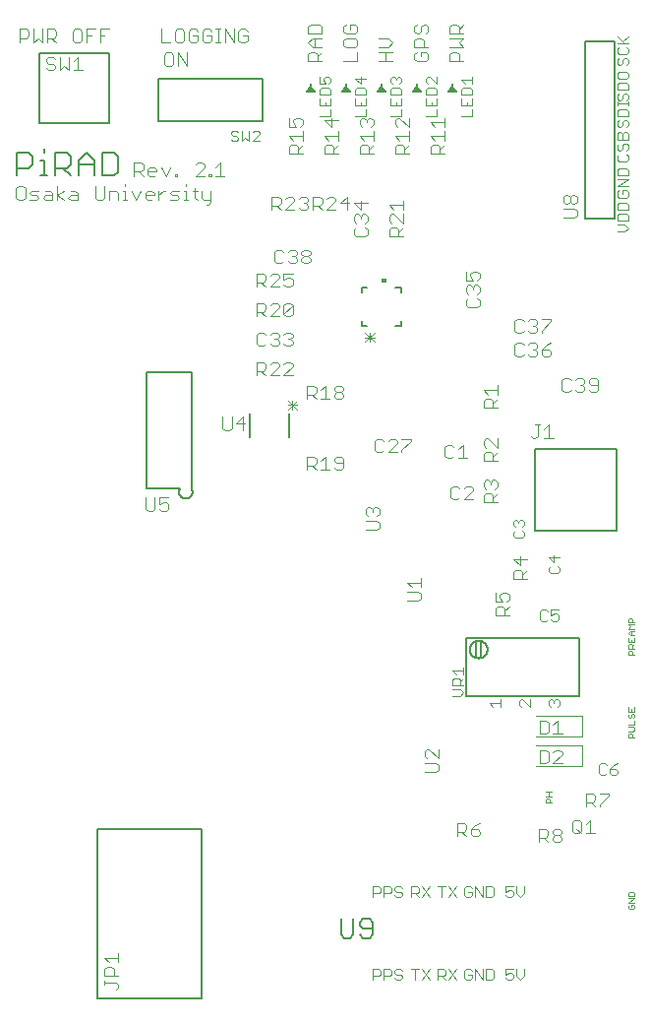
<source format=gto>
G04 EAGLE Gerber RS-274X export*
G75*
%MOMM*%
%FSLAX34Y34*%
%LPD*%
%INSilkscreen Top*%
%IPPOS*%
%AMOC8*
5,1,8,0,0,1.08239X$1,22.5*%
G01*
%ADD10C,0.101600*%
%ADD11C,0.076200*%
%ADD12C,0.177800*%
%ADD13C,0.050800*%
%ADD14C,0.152400*%
%ADD15C,0.127000*%
%ADD16C,0.120000*%

G36*
X338800Y778189D02*
X338800Y778189D01*
X338820Y778187D01*
X338910Y778209D01*
X339001Y778225D01*
X339018Y778236D01*
X339038Y778240D01*
X339114Y778292D01*
X339194Y778340D01*
X339207Y778355D01*
X339223Y778366D01*
X339277Y778442D01*
X339335Y778514D01*
X339342Y778533D01*
X339354Y778549D01*
X339378Y778639D01*
X339407Y778726D01*
X339407Y778746D01*
X339412Y778766D01*
X339403Y778858D01*
X339401Y778951D01*
X339393Y778969D01*
X339391Y778989D01*
X339320Y779149D01*
X339316Y779158D01*
X339316Y779159D01*
X339315Y779161D01*
X335815Y784661D01*
X335753Y784728D01*
X335696Y784799D01*
X335678Y784810D01*
X335663Y784826D01*
X335582Y784867D01*
X335503Y784914D01*
X335482Y784918D01*
X335463Y784927D01*
X335372Y784938D01*
X335282Y784954D01*
X335261Y784951D01*
X335240Y784953D01*
X335152Y784931D01*
X335061Y784915D01*
X335043Y784905D01*
X335022Y784900D01*
X334947Y784848D01*
X334868Y784802D01*
X334852Y784784D01*
X334837Y784774D01*
X334807Y784732D01*
X334745Y784661D01*
X331245Y779161D01*
X331237Y779142D01*
X331225Y779126D01*
X331195Y779039D01*
X331160Y778953D01*
X331159Y778933D01*
X331153Y778914D01*
X331155Y778821D01*
X331152Y778729D01*
X331159Y778710D01*
X331159Y778689D01*
X331194Y778604D01*
X331223Y778516D01*
X331236Y778500D01*
X331244Y778482D01*
X331306Y778413D01*
X331364Y778341D01*
X331381Y778331D01*
X331395Y778316D01*
X331477Y778274D01*
X331557Y778226D01*
X331577Y778223D01*
X331595Y778213D01*
X331767Y778188D01*
X331778Y778186D01*
X331779Y778186D01*
X331780Y778186D01*
X338780Y778186D01*
X338800Y778189D01*
G37*
G36*
X277840Y778189D02*
X277840Y778189D01*
X277860Y778187D01*
X277950Y778209D01*
X278041Y778225D01*
X278058Y778236D01*
X278078Y778240D01*
X278154Y778292D01*
X278234Y778340D01*
X278247Y778355D01*
X278263Y778366D01*
X278317Y778442D01*
X278375Y778514D01*
X278382Y778533D01*
X278394Y778549D01*
X278418Y778639D01*
X278447Y778726D01*
X278447Y778746D01*
X278452Y778766D01*
X278443Y778858D01*
X278441Y778951D01*
X278433Y778969D01*
X278431Y778989D01*
X278360Y779149D01*
X278356Y779158D01*
X278356Y779159D01*
X278355Y779161D01*
X274855Y784661D01*
X274793Y784728D01*
X274736Y784799D01*
X274718Y784810D01*
X274703Y784826D01*
X274622Y784867D01*
X274543Y784914D01*
X274522Y784918D01*
X274503Y784927D01*
X274412Y784938D01*
X274322Y784954D01*
X274301Y784951D01*
X274280Y784953D01*
X274192Y784931D01*
X274101Y784915D01*
X274083Y784905D01*
X274062Y784900D01*
X273987Y784848D01*
X273908Y784802D01*
X273892Y784784D01*
X273877Y784774D01*
X273847Y784732D01*
X273785Y784661D01*
X270285Y779161D01*
X270277Y779142D01*
X270265Y779126D01*
X270235Y779039D01*
X270200Y778953D01*
X270199Y778933D01*
X270193Y778914D01*
X270195Y778821D01*
X270192Y778729D01*
X270199Y778710D01*
X270199Y778689D01*
X270234Y778604D01*
X270263Y778516D01*
X270276Y778500D01*
X270284Y778482D01*
X270346Y778413D01*
X270404Y778341D01*
X270421Y778331D01*
X270435Y778316D01*
X270517Y778274D01*
X270597Y778226D01*
X270617Y778223D01*
X270635Y778213D01*
X270807Y778188D01*
X270818Y778186D01*
X270819Y778186D01*
X270820Y778186D01*
X277820Y778186D01*
X277840Y778189D01*
G37*
G36*
X369280Y778189D02*
X369280Y778189D01*
X369300Y778187D01*
X369390Y778209D01*
X369481Y778225D01*
X369498Y778236D01*
X369518Y778240D01*
X369594Y778292D01*
X369674Y778340D01*
X369687Y778355D01*
X369703Y778366D01*
X369757Y778442D01*
X369815Y778514D01*
X369822Y778533D01*
X369834Y778549D01*
X369858Y778639D01*
X369887Y778726D01*
X369887Y778746D01*
X369892Y778766D01*
X369883Y778858D01*
X369881Y778951D01*
X369873Y778969D01*
X369871Y778989D01*
X369800Y779149D01*
X369796Y779158D01*
X369796Y779159D01*
X369795Y779161D01*
X366295Y784661D01*
X366233Y784728D01*
X366176Y784799D01*
X366158Y784810D01*
X366143Y784826D01*
X366062Y784867D01*
X365983Y784914D01*
X365962Y784918D01*
X365943Y784927D01*
X365852Y784938D01*
X365762Y784954D01*
X365741Y784951D01*
X365720Y784953D01*
X365632Y784931D01*
X365541Y784915D01*
X365523Y784905D01*
X365502Y784900D01*
X365427Y784848D01*
X365348Y784802D01*
X365332Y784784D01*
X365317Y784774D01*
X365287Y784732D01*
X365225Y784661D01*
X361725Y779161D01*
X361717Y779142D01*
X361705Y779126D01*
X361675Y779039D01*
X361640Y778953D01*
X361639Y778933D01*
X361633Y778914D01*
X361635Y778821D01*
X361632Y778729D01*
X361639Y778710D01*
X361639Y778689D01*
X361674Y778604D01*
X361703Y778516D01*
X361716Y778500D01*
X361724Y778482D01*
X361786Y778413D01*
X361844Y778341D01*
X361861Y778331D01*
X361875Y778316D01*
X361957Y778274D01*
X362037Y778226D01*
X362057Y778223D01*
X362075Y778213D01*
X362247Y778188D01*
X362258Y778186D01*
X362259Y778186D01*
X362260Y778186D01*
X369260Y778186D01*
X369280Y778189D01*
G37*
G36*
X308320Y778189D02*
X308320Y778189D01*
X308340Y778187D01*
X308430Y778209D01*
X308521Y778225D01*
X308538Y778236D01*
X308558Y778240D01*
X308634Y778292D01*
X308714Y778340D01*
X308727Y778355D01*
X308743Y778366D01*
X308797Y778442D01*
X308855Y778514D01*
X308862Y778533D01*
X308874Y778549D01*
X308898Y778639D01*
X308927Y778726D01*
X308927Y778746D01*
X308932Y778766D01*
X308923Y778858D01*
X308921Y778951D01*
X308913Y778969D01*
X308911Y778989D01*
X308840Y779149D01*
X308836Y779158D01*
X308836Y779159D01*
X308835Y779161D01*
X305335Y784661D01*
X305273Y784728D01*
X305216Y784799D01*
X305198Y784810D01*
X305183Y784826D01*
X305102Y784867D01*
X305023Y784914D01*
X305002Y784918D01*
X304983Y784927D01*
X304892Y784938D01*
X304802Y784954D01*
X304781Y784951D01*
X304760Y784953D01*
X304672Y784931D01*
X304581Y784915D01*
X304563Y784905D01*
X304542Y784900D01*
X304467Y784848D01*
X304388Y784802D01*
X304372Y784784D01*
X304357Y784774D01*
X304327Y784732D01*
X304265Y784661D01*
X300765Y779161D01*
X300757Y779142D01*
X300745Y779126D01*
X300715Y779039D01*
X300680Y778953D01*
X300679Y778933D01*
X300673Y778914D01*
X300675Y778821D01*
X300672Y778729D01*
X300679Y778710D01*
X300679Y778689D01*
X300714Y778604D01*
X300743Y778516D01*
X300756Y778500D01*
X300764Y778482D01*
X300826Y778413D01*
X300884Y778341D01*
X300901Y778331D01*
X300915Y778316D01*
X300997Y778274D01*
X301077Y778226D01*
X301097Y778223D01*
X301115Y778213D01*
X301287Y778188D01*
X301298Y778186D01*
X301299Y778186D01*
X301300Y778186D01*
X308300Y778186D01*
X308320Y778189D01*
G37*
G36*
X399760Y778189D02*
X399760Y778189D01*
X399780Y778187D01*
X399870Y778209D01*
X399961Y778225D01*
X399978Y778236D01*
X399998Y778240D01*
X400074Y778292D01*
X400154Y778340D01*
X400167Y778355D01*
X400183Y778366D01*
X400237Y778442D01*
X400295Y778514D01*
X400302Y778533D01*
X400314Y778549D01*
X400338Y778639D01*
X400367Y778726D01*
X400367Y778746D01*
X400372Y778766D01*
X400363Y778858D01*
X400361Y778951D01*
X400353Y778969D01*
X400351Y778989D01*
X400280Y779149D01*
X400276Y779158D01*
X400276Y779159D01*
X400275Y779161D01*
X396775Y784661D01*
X396713Y784728D01*
X396656Y784799D01*
X396638Y784810D01*
X396623Y784826D01*
X396542Y784867D01*
X396463Y784914D01*
X396442Y784918D01*
X396423Y784927D01*
X396332Y784938D01*
X396242Y784954D01*
X396221Y784951D01*
X396200Y784953D01*
X396112Y784931D01*
X396021Y784915D01*
X396003Y784905D01*
X395982Y784900D01*
X395907Y784848D01*
X395828Y784802D01*
X395812Y784784D01*
X395797Y784774D01*
X395767Y784732D01*
X395705Y784661D01*
X392205Y779161D01*
X392197Y779142D01*
X392185Y779126D01*
X392155Y779039D01*
X392120Y778953D01*
X392119Y778933D01*
X392113Y778914D01*
X392115Y778821D01*
X392112Y778729D01*
X392119Y778710D01*
X392119Y778689D01*
X392154Y778604D01*
X392183Y778516D01*
X392196Y778500D01*
X392204Y778482D01*
X392266Y778413D01*
X392324Y778341D01*
X392341Y778331D01*
X392355Y778316D01*
X392437Y778274D01*
X392517Y778226D01*
X392537Y778223D01*
X392555Y778213D01*
X392727Y778188D01*
X392738Y778186D01*
X392739Y778186D01*
X392740Y778186D01*
X399740Y778186D01*
X399760Y778189D01*
G37*
G36*
X339687Y615323D02*
X339687Y615323D01*
X339689Y615322D01*
X339732Y615342D01*
X339776Y615360D01*
X339776Y615362D01*
X339778Y615363D01*
X339811Y615448D01*
X339811Y617988D01*
X339810Y617990D01*
X339811Y617992D01*
X339791Y618035D01*
X339773Y618079D01*
X339771Y618079D01*
X339770Y618081D01*
X339685Y618114D01*
X335875Y618114D01*
X335873Y618113D01*
X335871Y618114D01*
X335828Y618094D01*
X335784Y618076D01*
X335784Y618074D01*
X335782Y618073D01*
X335749Y617988D01*
X335749Y615448D01*
X335750Y615446D01*
X335749Y615444D01*
X335769Y615401D01*
X335787Y615357D01*
X335789Y615357D01*
X335790Y615355D01*
X335875Y615322D01*
X339685Y615322D01*
X339687Y615323D01*
G37*
D10*
X24068Y821588D02*
X24068Y833282D01*
X29915Y833282D01*
X31864Y831333D01*
X31864Y827435D01*
X29915Y825486D01*
X24068Y825486D01*
X35762Y821588D02*
X35762Y833282D01*
X39660Y825486D02*
X35762Y821588D01*
X39660Y825486D02*
X43558Y821588D01*
X43558Y833282D01*
X47456Y833282D02*
X47456Y821588D01*
X47456Y833282D02*
X53303Y833282D01*
X55252Y831333D01*
X55252Y827435D01*
X53303Y825486D01*
X47456Y825486D01*
X51354Y825486D02*
X55252Y821588D01*
X150477Y812962D02*
X154375Y812962D01*
X150477Y812962D02*
X148528Y811013D01*
X148528Y803217D01*
X150477Y801268D01*
X154375Y801268D01*
X156324Y803217D01*
X156324Y811013D01*
X154375Y812962D01*
X160222Y812962D02*
X160222Y801268D01*
X168018Y801268D02*
X160222Y812962D01*
X168018Y812962D02*
X168018Y801268D01*
X145988Y821588D02*
X145988Y833282D01*
X145988Y821588D02*
X153784Y821588D01*
X159631Y833282D02*
X163529Y833282D01*
X159631Y833282D02*
X157682Y831333D01*
X157682Y823537D01*
X159631Y821588D01*
X163529Y821588D01*
X165478Y823537D01*
X165478Y831333D01*
X163529Y833282D01*
X175223Y833282D02*
X177172Y831333D01*
X175223Y833282D02*
X171325Y833282D01*
X169376Y831333D01*
X169376Y823537D01*
X171325Y821588D01*
X175223Y821588D01*
X177172Y823537D01*
X177172Y827435D01*
X173274Y827435D01*
X186917Y833282D02*
X188866Y831333D01*
X186917Y833282D02*
X183019Y833282D01*
X181070Y831333D01*
X181070Y823537D01*
X183019Y821588D01*
X186917Y821588D01*
X188866Y823537D01*
X188866Y827435D01*
X184968Y827435D01*
X192764Y821588D02*
X196662Y821588D01*
X194713Y821588D02*
X194713Y833282D01*
X192764Y833282D02*
X196662Y833282D01*
X200560Y833282D02*
X200560Y821588D01*
X208356Y821588D02*
X200560Y833282D01*
X208356Y833282D02*
X208356Y821588D01*
X220050Y831333D02*
X218101Y833282D01*
X214203Y833282D01*
X212254Y831333D01*
X212254Y823537D01*
X214203Y821588D01*
X218101Y821588D01*
X220050Y823537D01*
X220050Y827435D01*
X216152Y827435D01*
X363718Y811535D02*
X365667Y813484D01*
X363718Y811535D02*
X363718Y807637D01*
X365667Y805688D01*
X373463Y805688D01*
X375412Y807637D01*
X375412Y811535D01*
X373463Y813484D01*
X369565Y813484D01*
X369565Y809586D01*
X375412Y817382D02*
X363718Y817382D01*
X363718Y823229D01*
X365667Y825178D01*
X369565Y825178D01*
X371514Y823229D01*
X371514Y817382D01*
X363718Y834923D02*
X365667Y836872D01*
X363718Y834923D02*
X363718Y831025D01*
X365667Y829076D01*
X367616Y829076D01*
X369565Y831025D01*
X369565Y834923D01*
X371514Y836872D01*
X373463Y836872D01*
X375412Y834923D01*
X375412Y831025D01*
X373463Y829076D01*
X314452Y805688D02*
X302758Y805688D01*
X314452Y805688D02*
X314452Y813484D01*
X302758Y819331D02*
X302758Y823229D01*
X302758Y819331D02*
X304707Y817382D01*
X312503Y817382D01*
X314452Y819331D01*
X314452Y823229D01*
X312503Y825178D01*
X304707Y825178D01*
X302758Y823229D01*
X302758Y834923D02*
X304707Y836872D01*
X302758Y834923D02*
X302758Y831025D01*
X304707Y829076D01*
X312503Y829076D01*
X314452Y831025D01*
X314452Y834923D01*
X312503Y836872D01*
X308605Y836872D01*
X308605Y832974D01*
X394198Y805688D02*
X405892Y805688D01*
X394198Y805688D02*
X394198Y811535D01*
X396147Y813484D01*
X400045Y813484D01*
X401994Y811535D01*
X401994Y805688D01*
X405892Y817382D02*
X394198Y817382D01*
X401994Y821280D02*
X405892Y817382D01*
X401994Y821280D02*
X405892Y825178D01*
X394198Y825178D01*
X394198Y829076D02*
X405892Y829076D01*
X394198Y829076D02*
X394198Y834923D01*
X396147Y836872D01*
X400045Y836872D01*
X401994Y834923D01*
X401994Y829076D01*
X401994Y832974D02*
X405892Y836872D01*
X283972Y805688D02*
X272278Y805688D01*
X272278Y811535D01*
X274227Y813484D01*
X278125Y813484D01*
X280074Y811535D01*
X280074Y805688D01*
X280074Y809586D02*
X283972Y813484D01*
X283972Y817382D02*
X276176Y817382D01*
X272278Y821280D01*
X276176Y825178D01*
X283972Y825178D01*
X278125Y825178D02*
X278125Y817382D01*
X272278Y829076D02*
X283972Y829076D01*
X283972Y834923D01*
X282023Y836872D01*
X274227Y836872D01*
X272278Y834923D01*
X272278Y829076D01*
X75635Y833282D02*
X71737Y833282D01*
X69788Y831333D01*
X69788Y823537D01*
X71737Y821588D01*
X75635Y821588D01*
X77584Y823537D01*
X77584Y831333D01*
X75635Y833282D01*
X81482Y833282D02*
X81482Y821588D01*
X81482Y833282D02*
X89278Y833282D01*
X85380Y827435D02*
X81482Y827435D01*
X93176Y821588D02*
X93176Y833282D01*
X100972Y833282D01*
X97074Y827435D02*
X93176Y827435D01*
D11*
X442341Y25027D02*
X448612Y25027D01*
X442341Y25027D02*
X442341Y20324D01*
X445476Y21892D01*
X447044Y21892D01*
X448612Y20324D01*
X448612Y17189D01*
X447044Y15621D01*
X443909Y15621D01*
X442341Y17189D01*
X451696Y18756D02*
X451696Y25027D01*
X451696Y18756D02*
X454832Y15621D01*
X457967Y18756D01*
X457967Y25027D01*
X328041Y25027D02*
X328041Y15621D01*
X328041Y25027D02*
X332744Y25027D01*
X334312Y23459D01*
X334312Y20324D01*
X332744Y18756D01*
X328041Y18756D01*
X337396Y15621D02*
X337396Y25027D01*
X342099Y25027D01*
X343667Y23459D01*
X343667Y20324D01*
X342099Y18756D01*
X337396Y18756D01*
X351454Y25027D02*
X353022Y23459D01*
X351454Y25027D02*
X348319Y25027D01*
X346751Y23459D01*
X346751Y21892D01*
X348319Y20324D01*
X351454Y20324D01*
X353022Y18756D01*
X353022Y17189D01*
X351454Y15621D01*
X348319Y15621D01*
X346751Y17189D01*
X383921Y15621D02*
X383921Y25027D01*
X388624Y25027D01*
X390192Y23459D01*
X390192Y20324D01*
X388624Y18756D01*
X383921Y18756D01*
X387056Y18756D02*
X390192Y15621D01*
X399547Y15621D02*
X393276Y25027D01*
X399547Y25027D02*
X393276Y15621D01*
X364196Y15621D02*
X364196Y25027D01*
X361061Y25027D02*
X367332Y25027D01*
X370416Y25027D02*
X376687Y15621D01*
X370416Y15621D02*
X376687Y25027D01*
X411484Y25027D02*
X413052Y23459D01*
X411484Y25027D02*
X408349Y25027D01*
X406781Y23459D01*
X406781Y17189D01*
X408349Y15621D01*
X411484Y15621D01*
X413052Y17189D01*
X413052Y20324D01*
X409916Y20324D01*
X416136Y15621D02*
X416136Y25027D01*
X422407Y15621D01*
X422407Y25027D01*
X425491Y25027D02*
X425491Y15621D01*
X430194Y15621D01*
X431762Y17189D01*
X431762Y23459D01*
X430194Y25027D01*
X425491Y25027D01*
D12*
X21209Y707009D02*
X21209Y727092D01*
X31251Y727092D01*
X34598Y723745D01*
X34598Y717051D01*
X31251Y713703D01*
X21209Y713703D01*
X41323Y720398D02*
X44670Y720398D01*
X44670Y707009D01*
X41323Y707009D02*
X48017Y707009D01*
X44670Y727092D02*
X44670Y730439D01*
X54732Y727092D02*
X54732Y707009D01*
X54732Y727092D02*
X64773Y727092D01*
X68121Y723745D01*
X68121Y717051D01*
X64773Y713703D01*
X54732Y713703D01*
X61426Y713703D02*
X68121Y707009D01*
X74845Y707009D02*
X74845Y720398D01*
X81540Y727092D01*
X88234Y720398D01*
X88234Y707009D01*
X88234Y717051D02*
X74845Y717051D01*
X94959Y727092D02*
X94959Y707009D01*
X105001Y707009D01*
X108348Y710356D01*
X108348Y723745D01*
X105001Y727092D01*
X94959Y727092D01*
D10*
X122428Y718322D02*
X122428Y706628D01*
X122428Y718322D02*
X128275Y718322D01*
X130224Y716373D01*
X130224Y712475D01*
X128275Y710526D01*
X122428Y710526D01*
X126326Y710526D02*
X130224Y706628D01*
X136071Y706628D02*
X139969Y706628D01*
X136071Y706628D02*
X134122Y708577D01*
X134122Y712475D01*
X136071Y714424D01*
X139969Y714424D01*
X141918Y712475D01*
X141918Y710526D01*
X134122Y710526D01*
X145816Y714424D02*
X149714Y706628D01*
X153612Y714424D01*
X157510Y708577D02*
X157510Y706628D01*
X157510Y708577D02*
X159459Y708577D01*
X159459Y706628D01*
X157510Y706628D01*
X175051Y706628D02*
X182847Y706628D01*
X175051Y706628D02*
X182847Y714424D01*
X182847Y716373D01*
X180898Y718322D01*
X177000Y718322D01*
X175051Y716373D01*
X186745Y708577D02*
X186745Y706628D01*
X186745Y708577D02*
X188694Y708577D01*
X188694Y706628D01*
X186745Y706628D01*
X192592Y714424D02*
X196490Y718322D01*
X196490Y706628D01*
X192592Y706628D02*
X200388Y706628D01*
X26675Y698002D02*
X22777Y698002D01*
X20828Y696053D01*
X20828Y688257D01*
X22777Y686308D01*
X26675Y686308D01*
X28624Y688257D01*
X28624Y696053D01*
X26675Y698002D01*
X32522Y686308D02*
X38369Y686308D01*
X40318Y688257D01*
X38369Y690206D01*
X34471Y690206D01*
X32522Y692155D01*
X34471Y694104D01*
X40318Y694104D01*
X46165Y694104D02*
X50063Y694104D01*
X52012Y692155D01*
X52012Y686308D01*
X46165Y686308D01*
X44216Y688257D01*
X46165Y690206D01*
X52012Y690206D01*
X55910Y686308D02*
X55910Y698002D01*
X55910Y690206D02*
X61757Y686308D01*
X55910Y690206D02*
X61757Y694104D01*
X67604Y694104D02*
X71502Y694104D01*
X73451Y692155D01*
X73451Y686308D01*
X67604Y686308D01*
X65655Y688257D01*
X67604Y690206D01*
X73451Y690206D01*
X89043Y688257D02*
X89043Y698002D01*
X89043Y688257D02*
X90992Y686308D01*
X94890Y686308D01*
X96839Y688257D01*
X96839Y698002D01*
X100737Y694104D02*
X100737Y686308D01*
X100737Y694104D02*
X106584Y694104D01*
X108533Y692155D01*
X108533Y686308D01*
X112431Y694104D02*
X114380Y694104D01*
X114380Y686308D01*
X112431Y686308D02*
X116329Y686308D01*
X114380Y698002D02*
X114380Y699951D01*
X120227Y694104D02*
X124125Y686308D01*
X128023Y694104D01*
X133870Y686308D02*
X137768Y686308D01*
X133870Y686308D02*
X131921Y688257D01*
X131921Y692155D01*
X133870Y694104D01*
X137768Y694104D01*
X139717Y692155D01*
X139717Y690206D01*
X131921Y690206D01*
X143615Y686308D02*
X143615Y694104D01*
X143615Y690206D02*
X147513Y694104D01*
X149462Y694104D01*
X153360Y686308D02*
X159207Y686308D01*
X161156Y688257D01*
X159207Y690206D01*
X155309Y690206D01*
X153360Y692155D01*
X155309Y694104D01*
X161156Y694104D01*
X165054Y694104D02*
X167003Y694104D01*
X167003Y686308D01*
X165054Y686308D02*
X168952Y686308D01*
X167003Y698002D02*
X167003Y699951D01*
X174799Y696053D02*
X174799Y688257D01*
X176748Y686308D01*
X176748Y694104D02*
X172850Y694104D01*
X180646Y694104D02*
X180646Y688257D01*
X182595Y686308D01*
X188442Y686308D01*
X188442Y684359D02*
X188442Y694104D01*
X188442Y684359D02*
X186493Y682410D01*
X184544Y682410D01*
D13*
X547873Y223774D02*
X553466Y223774D01*
X547873Y223774D02*
X547873Y226570D01*
X548805Y227503D01*
X550670Y227503D01*
X551602Y226570D01*
X551602Y223774D01*
X552534Y229387D02*
X547873Y229387D01*
X552534Y229387D02*
X553466Y230319D01*
X553466Y232183D01*
X552534Y233116D01*
X547873Y233116D01*
X547873Y235000D02*
X553466Y235000D01*
X553466Y238729D01*
X547873Y243410D02*
X548805Y244342D01*
X547873Y243410D02*
X547873Y241545D01*
X548805Y240613D01*
X549738Y240613D01*
X550670Y241545D01*
X550670Y243410D01*
X551602Y244342D01*
X552534Y244342D01*
X553466Y243410D01*
X553466Y241545D01*
X552534Y240613D01*
X547873Y246226D02*
X547873Y249955D01*
X547873Y246226D02*
X553466Y246226D01*
X553466Y249955D01*
X550670Y248091D02*
X550670Y246226D01*
X548805Y80183D02*
X547873Y79250D01*
X547873Y77386D01*
X548805Y76454D01*
X552534Y76454D01*
X553466Y77386D01*
X553466Y79250D01*
X552534Y80183D01*
X550670Y80183D01*
X550670Y78318D01*
X553466Y82067D02*
X547873Y82067D01*
X553466Y85796D01*
X547873Y85796D01*
X547873Y87680D02*
X553466Y87680D01*
X553466Y90477D01*
X552534Y91409D01*
X548805Y91409D01*
X547873Y90477D01*
X547873Y87680D01*
D14*
X300482Y67832D02*
X300482Y54274D01*
X303194Y51562D01*
X308617Y51562D01*
X311329Y54274D01*
X311329Y67832D01*
X316854Y54274D02*
X319565Y51562D01*
X324989Y51562D01*
X327700Y54274D01*
X327700Y65120D01*
X324989Y67832D01*
X319565Y67832D01*
X316854Y65120D01*
X316854Y62409D01*
X319565Y59697D01*
X327700Y59697D01*
D10*
X333238Y805688D02*
X344932Y805688D01*
X339085Y805688D02*
X339085Y813484D01*
X333238Y813484D02*
X344932Y813484D01*
X341034Y817382D02*
X333238Y817382D01*
X341034Y817382D02*
X344932Y821280D01*
X341034Y825178D01*
X333238Y825178D01*
X198628Y499882D02*
X198628Y490137D01*
X200577Y488188D01*
X204475Y488188D01*
X206424Y490137D01*
X206424Y499882D01*
X216169Y499882D02*
X216169Y488188D01*
X210322Y494035D02*
X216169Y499882D01*
X218118Y494035D02*
X210322Y494035D01*
D13*
X476753Y167894D02*
X482346Y167894D01*
X476753Y167894D02*
X476753Y170690D01*
X477685Y171623D01*
X479550Y171623D01*
X480482Y170690D01*
X480482Y167894D01*
X482346Y173507D02*
X476753Y173507D01*
X479550Y173507D02*
X479550Y177236D01*
X482346Y177236D02*
X476753Y177236D01*
D11*
X328041Y96147D02*
X328041Y86741D01*
X328041Y96147D02*
X332744Y96147D01*
X334312Y94579D01*
X334312Y91444D01*
X332744Y89876D01*
X328041Y89876D01*
X337396Y86741D02*
X337396Y96147D01*
X342099Y96147D01*
X343667Y94579D01*
X343667Y91444D01*
X342099Y89876D01*
X337396Y89876D01*
X351454Y96147D02*
X353022Y94579D01*
X351454Y96147D02*
X348319Y96147D01*
X346751Y94579D01*
X346751Y93012D01*
X348319Y91444D01*
X351454Y91444D01*
X353022Y89876D01*
X353022Y88309D01*
X351454Y86741D01*
X348319Y86741D01*
X346751Y88309D01*
X361061Y86741D02*
X361061Y96147D01*
X365764Y96147D01*
X367332Y94579D01*
X367332Y91444D01*
X365764Y89876D01*
X361061Y89876D01*
X364196Y89876D02*
X367332Y86741D01*
X376687Y86741D02*
X370416Y96147D01*
X376687Y96147D02*
X370416Y86741D01*
X387056Y86741D02*
X387056Y96147D01*
X383921Y96147D02*
X390192Y96147D01*
X393276Y96147D02*
X399547Y86741D01*
X393276Y86741D02*
X399547Y96147D01*
X411484Y96147D02*
X413052Y94579D01*
X411484Y96147D02*
X408349Y96147D01*
X406781Y94579D01*
X406781Y88309D01*
X408349Y86741D01*
X411484Y86741D01*
X413052Y88309D01*
X413052Y91444D01*
X409916Y91444D01*
X416136Y86741D02*
X416136Y96147D01*
X422407Y86741D01*
X422407Y96147D01*
X425491Y96147D02*
X425491Y86741D01*
X430194Y86741D01*
X431762Y88309D01*
X431762Y94579D01*
X430194Y96147D01*
X425491Y96147D01*
X442341Y96147D02*
X448612Y96147D01*
X442341Y96147D02*
X442341Y91444D01*
X445476Y93012D01*
X447044Y93012D01*
X448612Y91444D01*
X448612Y88309D01*
X447044Y86741D01*
X443909Y86741D01*
X442341Y88309D01*
X451696Y89876D02*
X451696Y96147D01*
X451696Y89876D02*
X454832Y86741D01*
X457967Y89876D01*
X457967Y96147D01*
D13*
X547873Y294894D02*
X553466Y294894D01*
X547873Y294894D02*
X547873Y297690D01*
X548805Y298623D01*
X550670Y298623D01*
X551602Y297690D01*
X551602Y294894D01*
X553466Y300507D02*
X547873Y300507D01*
X547873Y303303D01*
X548805Y304236D01*
X550670Y304236D01*
X551602Y303303D01*
X551602Y300507D01*
X551602Y302371D02*
X553466Y304236D01*
X547873Y306120D02*
X547873Y309849D01*
X547873Y306120D02*
X553466Y306120D01*
X553466Y309849D01*
X550670Y307984D02*
X550670Y306120D01*
X549738Y311733D02*
X553466Y311733D01*
X549738Y311733D02*
X547873Y313598D01*
X549738Y315462D01*
X553466Y315462D01*
X550670Y315462D02*
X550670Y311733D01*
X553466Y317346D02*
X547873Y317346D01*
X549738Y319211D01*
X547873Y321075D01*
X553466Y321075D01*
X553466Y322959D02*
X547873Y322959D01*
X547873Y325756D01*
X548805Y326688D01*
X550670Y326688D01*
X551602Y325756D01*
X551602Y322959D01*
D15*
X180700Y-820D02*
X90700Y-820D01*
X90700Y145180D01*
X180700Y145180D01*
X180700Y-820D01*
D10*
X108792Y9285D02*
X106843Y7336D01*
X108792Y9285D02*
X108792Y11234D01*
X106843Y13183D01*
X97098Y13183D01*
X97098Y11234D02*
X97098Y15132D01*
X97098Y19030D02*
X108792Y19030D01*
X97098Y19030D02*
X97098Y24877D01*
X99047Y26826D01*
X102945Y26826D01*
X104894Y24877D01*
X104894Y19030D01*
X100996Y30724D02*
X97098Y34622D01*
X108792Y34622D01*
X108792Y30724D02*
X108792Y38520D01*
X357448Y341690D02*
X367193Y341690D01*
X369142Y343639D01*
X369142Y347537D01*
X367193Y349486D01*
X357448Y349486D01*
X361346Y353384D02*
X357448Y357282D01*
X369142Y357282D01*
X369142Y353384D02*
X369142Y361180D01*
X448728Y359998D02*
X460422Y359998D01*
X448728Y359998D02*
X448728Y365845D01*
X450677Y367794D01*
X454575Y367794D01*
X456524Y365845D01*
X456524Y359998D01*
X456524Y363896D02*
X460422Y367794D01*
X460422Y377539D02*
X448728Y377539D01*
X454575Y371692D01*
X454575Y379488D01*
D15*
X101200Y752400D02*
X101200Y812400D01*
X101200Y752400D02*
X41200Y752400D01*
X41200Y812400D01*
X101200Y812400D01*
D10*
X54584Y807333D02*
X52635Y809282D01*
X48737Y809282D01*
X46788Y807333D01*
X46788Y805384D01*
X48737Y803435D01*
X52635Y803435D01*
X54584Y801486D01*
X54584Y799537D01*
X52635Y797588D01*
X48737Y797588D01*
X46788Y799537D01*
X58482Y797588D02*
X58482Y809282D01*
X62380Y801486D02*
X58482Y797588D01*
X62380Y801486D02*
X66278Y797588D01*
X66278Y809282D01*
X70176Y805384D02*
X74074Y809282D01*
X74074Y797588D01*
X70176Y797588D02*
X77972Y797588D01*
D15*
X143040Y790240D02*
X143040Y754240D01*
X233040Y754240D01*
X233040Y790240D01*
X143040Y790240D01*
D11*
X210544Y745907D02*
X212085Y744366D01*
X210544Y745907D02*
X207462Y745907D01*
X205921Y744366D01*
X205921Y742825D01*
X207462Y741284D01*
X210544Y741284D01*
X212085Y739743D01*
X212085Y738202D01*
X210544Y736661D01*
X207462Y736661D01*
X205921Y738202D01*
X215129Y736661D02*
X215129Y745907D01*
X218211Y739743D02*
X215129Y736661D01*
X218211Y739743D02*
X221293Y736661D01*
X221293Y745907D01*
X224337Y736661D02*
X230501Y736661D01*
X224337Y736661D02*
X230501Y742825D01*
X230501Y744366D01*
X228960Y745907D01*
X225878Y745907D01*
X224337Y744366D01*
D10*
X377688Y725678D02*
X389382Y725678D01*
X377688Y725678D02*
X377688Y731525D01*
X379637Y733474D01*
X383535Y733474D01*
X385484Y731525D01*
X385484Y725678D01*
X385484Y729576D02*
X389382Y733474D01*
X381586Y737372D02*
X377688Y741270D01*
X389382Y741270D01*
X389382Y737372D02*
X389382Y745168D01*
X381586Y749066D02*
X377688Y752964D01*
X389382Y752964D01*
X389382Y749066D02*
X389382Y756862D01*
X297942Y725678D02*
X286248Y725678D01*
X286248Y731525D01*
X288197Y733474D01*
X292095Y733474D01*
X294044Y731525D01*
X294044Y725678D01*
X294044Y729576D02*
X297942Y733474D01*
X290146Y737372D02*
X286248Y741270D01*
X297942Y741270D01*
X297942Y737372D02*
X297942Y745168D01*
X297942Y754913D02*
X286248Y754913D01*
X292095Y749066D01*
X292095Y756862D01*
X347208Y725678D02*
X358902Y725678D01*
X347208Y725678D02*
X347208Y731525D01*
X349157Y733474D01*
X353055Y733474D01*
X355004Y731525D01*
X355004Y725678D01*
X355004Y729576D02*
X358902Y733474D01*
X351106Y737372D02*
X347208Y741270D01*
X358902Y741270D01*
X358902Y737372D02*
X358902Y745168D01*
X358902Y749066D02*
X358902Y756862D01*
X358902Y749066D02*
X351106Y756862D01*
X349157Y756862D01*
X347208Y754913D01*
X347208Y751015D01*
X349157Y749066D01*
D15*
X396240Y784820D02*
X396240Y786320D01*
D11*
X404233Y757980D02*
X413639Y757980D01*
X413639Y764251D01*
X404233Y767335D02*
X404233Y773606D01*
X404233Y767335D02*
X413639Y767335D01*
X413639Y773606D01*
X408936Y770471D02*
X408936Y767335D01*
X404233Y776691D02*
X413639Y776691D01*
X413639Y781394D01*
X412071Y782961D01*
X405801Y782961D01*
X404233Y781394D01*
X404233Y776691D01*
X407368Y786046D02*
X404233Y789181D01*
X413639Y789181D01*
X413639Y786046D02*
X413639Y792316D01*
D15*
X304800Y786320D02*
X304800Y784820D01*
D11*
X312793Y757980D02*
X322199Y757980D01*
X322199Y764251D01*
X312793Y767335D02*
X312793Y773606D01*
X312793Y767335D02*
X322199Y767335D01*
X322199Y773606D01*
X317496Y770471D02*
X317496Y767335D01*
X312793Y776691D02*
X322199Y776691D01*
X322199Y781394D01*
X320631Y782961D01*
X314361Y782961D01*
X312793Y781394D01*
X312793Y776691D01*
X312793Y790749D02*
X322199Y790749D01*
X317496Y786046D02*
X312793Y790749D01*
X317496Y792316D02*
X317496Y786046D01*
D15*
X365760Y786320D02*
X365760Y784820D01*
D11*
X373753Y757980D02*
X383159Y757980D01*
X383159Y764251D01*
X373753Y767335D02*
X373753Y773606D01*
X373753Y767335D02*
X383159Y767335D01*
X383159Y773606D01*
X378456Y770471D02*
X378456Y767335D01*
X373753Y776691D02*
X383159Y776691D01*
X383159Y781394D01*
X381591Y782961D01*
X375321Y782961D01*
X373753Y781394D01*
X373753Y776691D01*
X383159Y786046D02*
X383159Y792316D01*
X383159Y786046D02*
X376888Y792316D01*
X375321Y792316D01*
X373753Y790749D01*
X373753Y787613D01*
X375321Y786046D01*
D15*
X132900Y537830D02*
X132900Y438230D01*
X132900Y537830D02*
X171900Y537830D01*
X171900Y438230D01*
X171974Y438098D01*
X172045Y437964D01*
X172112Y437829D01*
X172175Y437691D01*
X172234Y437553D01*
X172290Y437412D01*
X172343Y437270D01*
X172391Y437127D01*
X172436Y436983D01*
X172477Y436837D01*
X172514Y436691D01*
X172548Y436543D01*
X172577Y436395D01*
X172603Y436246D01*
X172625Y436097D01*
X172642Y435947D01*
X172656Y435796D01*
X172666Y435645D01*
X172672Y435494D01*
X172674Y435343D01*
X172672Y435192D01*
X172666Y435041D01*
X172656Y434890D01*
X172642Y434739D01*
X172625Y434589D01*
X172603Y434440D01*
X172577Y434291D01*
X172548Y434143D01*
X172514Y433995D01*
X172477Y433849D01*
X172436Y433703D01*
X172391Y433559D01*
X172343Y433416D01*
X172290Y433274D01*
X172234Y433133D01*
X172175Y432995D01*
X172112Y432857D01*
X172045Y432722D01*
X171974Y432588D01*
X171900Y432456D01*
X171823Y432326D01*
X171742Y432198D01*
X171659Y432073D01*
X171571Y431949D01*
X171481Y431828D01*
X171387Y431709D01*
X171291Y431593D01*
X171191Y431479D01*
X171088Y431368D01*
X170983Y431260D01*
X170875Y431155D01*
X170764Y431052D01*
X170650Y430952D01*
X170534Y430856D01*
X170415Y430762D01*
X170294Y430672D01*
X170170Y430584D01*
X170045Y430501D01*
X169917Y430420D01*
X169787Y430343D01*
X169655Y430269D01*
X169521Y430198D01*
X169386Y430131D01*
X169248Y430068D01*
X169110Y430009D01*
X168969Y429953D01*
X168827Y429900D01*
X168684Y429852D01*
X168540Y429807D01*
X168394Y429766D01*
X168248Y429729D01*
X168100Y429695D01*
X167952Y429666D01*
X167803Y429640D01*
X167654Y429618D01*
X167504Y429601D01*
X167353Y429587D01*
X167202Y429577D01*
X167051Y429571D01*
X166900Y429569D01*
X166749Y429571D01*
X166598Y429577D01*
X166447Y429587D01*
X166296Y429601D01*
X166146Y429618D01*
X165997Y429640D01*
X165848Y429666D01*
X165700Y429695D01*
X165552Y429729D01*
X165406Y429766D01*
X165260Y429807D01*
X165116Y429852D01*
X164973Y429900D01*
X164831Y429953D01*
X164690Y430009D01*
X164552Y430068D01*
X164414Y430131D01*
X164279Y430198D01*
X164145Y430269D01*
X164013Y430343D01*
X163883Y430420D01*
X163755Y430501D01*
X163630Y430584D01*
X163506Y430672D01*
X163385Y430762D01*
X163266Y430856D01*
X163150Y430952D01*
X163036Y431052D01*
X162925Y431155D01*
X162817Y431260D01*
X162712Y431368D01*
X162609Y431479D01*
X162509Y431593D01*
X162413Y431709D01*
X162319Y431828D01*
X162229Y431949D01*
X162141Y432073D01*
X162058Y432198D01*
X161977Y432326D01*
X161900Y432456D01*
X161826Y432588D01*
X161755Y432722D01*
X161688Y432857D01*
X161625Y432995D01*
X161566Y433133D01*
X161510Y433274D01*
X161457Y433416D01*
X161409Y433559D01*
X161364Y433703D01*
X161323Y433849D01*
X161286Y433995D01*
X161252Y434143D01*
X161223Y434291D01*
X161197Y434440D01*
X161175Y434589D01*
X161158Y434739D01*
X161144Y434890D01*
X161134Y435041D01*
X161128Y435192D01*
X161126Y435343D01*
X161128Y435494D01*
X161134Y435645D01*
X161144Y435796D01*
X161158Y435947D01*
X161175Y436097D01*
X161197Y436246D01*
X161223Y436395D01*
X161252Y436543D01*
X161286Y436691D01*
X161323Y436837D01*
X161364Y436983D01*
X161409Y437127D01*
X161457Y437270D01*
X161510Y437412D01*
X161566Y437553D01*
X161625Y437691D01*
X161688Y437829D01*
X161755Y437964D01*
X161826Y438098D01*
X161900Y438230D01*
X132900Y438230D01*
D10*
X132520Y430342D02*
X132520Y420597D01*
X134469Y418648D01*
X138367Y418648D01*
X140316Y420597D01*
X140316Y430342D01*
X144214Y430342D02*
X152010Y430342D01*
X144214Y430342D02*
X144214Y424495D01*
X148112Y426444D01*
X150061Y426444D01*
X152010Y424495D01*
X152010Y420597D01*
X150061Y418648D01*
X146163Y418648D01*
X144214Y420597D01*
D11*
X479163Y369914D02*
X480731Y371481D01*
X479163Y369914D02*
X479163Y366778D01*
X480731Y365211D01*
X487001Y365211D01*
X488569Y366778D01*
X488569Y369914D01*
X487001Y371481D01*
X488569Y379269D02*
X479163Y379269D01*
X483866Y374566D01*
X483866Y380837D01*
X476594Y333637D02*
X478161Y332069D01*
X476594Y333637D02*
X473458Y333637D01*
X471891Y332069D01*
X471891Y325799D01*
X473458Y324231D01*
X476594Y324231D01*
X478161Y325799D01*
X481246Y333637D02*
X487517Y333637D01*
X481246Y333637D02*
X481246Y328934D01*
X484381Y330502D01*
X485949Y330502D01*
X487517Y328934D01*
X487517Y325799D01*
X485949Y324231D01*
X482813Y324231D01*
X481246Y325799D01*
D10*
X445262Y328910D02*
X433568Y328910D01*
X433568Y334757D01*
X435517Y336706D01*
X439415Y336706D01*
X441364Y334757D01*
X441364Y328910D01*
X441364Y332808D02*
X445262Y336706D01*
X433568Y340604D02*
X433568Y348400D01*
X433568Y340604D02*
X439415Y340604D01*
X437466Y344502D01*
X437466Y346451D01*
X439415Y348400D01*
X443313Y348400D01*
X445262Y346451D01*
X445262Y342553D01*
X443313Y340604D01*
D15*
X408700Y309480D02*
X408700Y259480D01*
X408700Y309480D02*
X505700Y309480D01*
X505700Y259480D01*
X408700Y259480D01*
D11*
X428363Y253706D02*
X431498Y250571D01*
X428363Y253706D02*
X437769Y253706D01*
X437769Y250571D02*
X437769Y256842D01*
X479163Y252139D02*
X480731Y250571D01*
X479163Y252139D02*
X479163Y255274D01*
X480731Y256842D01*
X482298Y256842D01*
X483866Y255274D01*
X483866Y253706D01*
X483866Y255274D02*
X485434Y256842D01*
X487001Y256842D01*
X488569Y255274D01*
X488569Y252139D01*
X487001Y250571D01*
X463169Y250571D02*
X463169Y256842D01*
X463169Y250571D02*
X456898Y256842D01*
X455331Y256842D01*
X453763Y255274D01*
X453763Y252139D01*
X455331Y250571D01*
D15*
X411480Y299720D02*
X411482Y299907D01*
X411489Y300094D01*
X411501Y300281D01*
X411517Y300467D01*
X411537Y300653D01*
X411562Y300838D01*
X411592Y301023D01*
X411626Y301207D01*
X411665Y301390D01*
X411708Y301572D01*
X411756Y301752D01*
X411808Y301932D01*
X411865Y302110D01*
X411925Y302287D01*
X411991Y302462D01*
X412060Y302636D01*
X412134Y302808D01*
X412212Y302978D01*
X412294Y303146D01*
X412380Y303312D01*
X412470Y303476D01*
X412564Y303637D01*
X412662Y303797D01*
X412764Y303953D01*
X412870Y304108D01*
X412980Y304259D01*
X413093Y304408D01*
X413210Y304554D01*
X413330Y304697D01*
X413454Y304837D01*
X413581Y304974D01*
X413712Y305108D01*
X413846Y305239D01*
X413983Y305366D01*
X414123Y305490D01*
X414266Y305610D01*
X414412Y305727D01*
X414561Y305840D01*
X414712Y305950D01*
X414867Y306056D01*
X415023Y306158D01*
X415183Y306256D01*
X415344Y306350D01*
X415508Y306440D01*
X415674Y306526D01*
X415842Y306608D01*
X416012Y306686D01*
X416184Y306760D01*
X416358Y306829D01*
X416533Y306895D01*
X416710Y306955D01*
X416888Y307012D01*
X417068Y307064D01*
X417248Y307112D01*
X417430Y307155D01*
X417613Y307194D01*
X417797Y307228D01*
X417982Y307258D01*
X418167Y307283D01*
X418353Y307303D01*
X418539Y307319D01*
X418726Y307331D01*
X418913Y307338D01*
X419100Y307340D01*
X419287Y307338D01*
X419474Y307331D01*
X419661Y307319D01*
X419847Y307303D01*
X420033Y307283D01*
X420218Y307258D01*
X420403Y307228D01*
X420587Y307194D01*
X420770Y307155D01*
X420952Y307112D01*
X421132Y307064D01*
X421312Y307012D01*
X421490Y306955D01*
X421667Y306895D01*
X421842Y306829D01*
X422016Y306760D01*
X422188Y306686D01*
X422358Y306608D01*
X422526Y306526D01*
X422692Y306440D01*
X422856Y306350D01*
X423017Y306256D01*
X423177Y306158D01*
X423333Y306056D01*
X423488Y305950D01*
X423639Y305840D01*
X423788Y305727D01*
X423934Y305610D01*
X424077Y305490D01*
X424217Y305366D01*
X424354Y305239D01*
X424488Y305108D01*
X424619Y304974D01*
X424746Y304837D01*
X424870Y304697D01*
X424990Y304554D01*
X425107Y304408D01*
X425220Y304259D01*
X425330Y304108D01*
X425436Y303953D01*
X425538Y303797D01*
X425636Y303637D01*
X425730Y303476D01*
X425820Y303312D01*
X425906Y303146D01*
X425988Y302978D01*
X426066Y302808D01*
X426140Y302636D01*
X426209Y302462D01*
X426275Y302287D01*
X426335Y302110D01*
X426392Y301932D01*
X426444Y301752D01*
X426492Y301572D01*
X426535Y301390D01*
X426574Y301207D01*
X426608Y301023D01*
X426638Y300838D01*
X426663Y300653D01*
X426683Y300467D01*
X426699Y300281D01*
X426711Y300094D01*
X426718Y299907D01*
X426720Y299720D01*
X426718Y299533D01*
X426711Y299346D01*
X426699Y299159D01*
X426683Y298973D01*
X426663Y298787D01*
X426638Y298602D01*
X426608Y298417D01*
X426574Y298233D01*
X426535Y298050D01*
X426492Y297868D01*
X426444Y297688D01*
X426392Y297508D01*
X426335Y297330D01*
X426275Y297153D01*
X426209Y296978D01*
X426140Y296804D01*
X426066Y296632D01*
X425988Y296462D01*
X425906Y296294D01*
X425820Y296128D01*
X425730Y295964D01*
X425636Y295803D01*
X425538Y295643D01*
X425436Y295487D01*
X425330Y295332D01*
X425220Y295181D01*
X425107Y295032D01*
X424990Y294886D01*
X424870Y294743D01*
X424746Y294603D01*
X424619Y294466D01*
X424488Y294332D01*
X424354Y294201D01*
X424217Y294074D01*
X424077Y293950D01*
X423934Y293830D01*
X423788Y293713D01*
X423639Y293600D01*
X423488Y293490D01*
X423333Y293384D01*
X423177Y293282D01*
X423017Y293184D01*
X422856Y293090D01*
X422692Y293000D01*
X422526Y292914D01*
X422358Y292832D01*
X422188Y292754D01*
X422016Y292680D01*
X421842Y292611D01*
X421667Y292545D01*
X421490Y292485D01*
X421312Y292428D01*
X421132Y292376D01*
X420952Y292328D01*
X420770Y292285D01*
X420587Y292246D01*
X420403Y292212D01*
X420218Y292182D01*
X420033Y292157D01*
X419847Y292137D01*
X419661Y292121D01*
X419474Y292109D01*
X419287Y292102D01*
X419100Y292100D01*
X418913Y292102D01*
X418726Y292109D01*
X418539Y292121D01*
X418353Y292137D01*
X418167Y292157D01*
X417982Y292182D01*
X417797Y292212D01*
X417613Y292246D01*
X417430Y292285D01*
X417248Y292328D01*
X417068Y292376D01*
X416888Y292428D01*
X416710Y292485D01*
X416533Y292545D01*
X416358Y292611D01*
X416184Y292680D01*
X416012Y292754D01*
X415842Y292832D01*
X415674Y292914D01*
X415508Y293000D01*
X415344Y293090D01*
X415183Y293184D01*
X415023Y293282D01*
X414867Y293384D01*
X414712Y293490D01*
X414561Y293600D01*
X414412Y293713D01*
X414266Y293830D01*
X414123Y293950D01*
X413983Y294074D01*
X413846Y294201D01*
X413712Y294332D01*
X413581Y294466D01*
X413454Y294603D01*
X413330Y294743D01*
X413210Y294886D01*
X413093Y295032D01*
X412980Y295181D01*
X412870Y295332D01*
X412764Y295487D01*
X412662Y295643D01*
X412564Y295803D01*
X412470Y295964D01*
X412380Y296128D01*
X412294Y296294D01*
X412212Y296462D01*
X412134Y296632D01*
X412060Y296804D01*
X411991Y296978D01*
X411925Y297153D01*
X411865Y297330D01*
X411808Y297508D01*
X411756Y297688D01*
X411708Y297868D01*
X411665Y298050D01*
X411626Y298233D01*
X411592Y298417D01*
X411562Y298602D01*
X411537Y298787D01*
X411517Y298973D01*
X411501Y299159D01*
X411489Y299346D01*
X411482Y299533D01*
X411480Y299720D01*
X417068Y292608D02*
X417068Y306832D01*
X421132Y306832D02*
X421132Y292608D01*
D11*
X402884Y259461D02*
X396613Y259461D01*
X402884Y259461D02*
X406019Y262596D01*
X402884Y265732D01*
X396613Y265732D01*
X396613Y268816D02*
X406019Y268816D01*
X396613Y268816D02*
X396613Y273519D01*
X398181Y275087D01*
X401316Y275087D01*
X402884Y273519D01*
X402884Y268816D01*
X402884Y271952D02*
X406019Y275087D01*
X399748Y278171D02*
X396613Y281307D01*
X406019Y281307D01*
X406019Y284442D02*
X406019Y278171D01*
D10*
X382353Y194290D02*
X372608Y194290D01*
X382353Y194290D02*
X384302Y196239D01*
X384302Y200137D01*
X382353Y202086D01*
X372608Y202086D01*
X384302Y205984D02*
X384302Y213780D01*
X384302Y205984D02*
X376506Y213780D01*
X374557Y213780D01*
X372608Y211831D01*
X372608Y207933D01*
X374557Y205984D01*
X400558Y150632D02*
X400558Y138938D01*
X400558Y150632D02*
X406405Y150632D01*
X408354Y148683D01*
X408354Y144785D01*
X406405Y142836D01*
X400558Y142836D01*
X404456Y142836D02*
X408354Y138938D01*
X416150Y148683D02*
X420048Y150632D01*
X416150Y148683D02*
X412252Y144785D01*
X412252Y140887D01*
X414201Y138938D01*
X418099Y138938D01*
X420048Y140887D01*
X420048Y142836D01*
X418099Y144785D01*
X412252Y144785D01*
D16*
X468350Y225180D02*
X508591Y225180D01*
X508591Y242180D01*
X468350Y242180D01*
D10*
X471414Y238652D02*
X471414Y226958D01*
X477261Y226958D01*
X479210Y228907D01*
X479210Y236703D01*
X477261Y238652D01*
X471414Y238652D01*
X483108Y234754D02*
X487006Y238652D01*
X487006Y226958D01*
X483108Y226958D02*
X490904Y226958D01*
D16*
X508591Y199780D02*
X468350Y199780D01*
X508591Y199780D02*
X508591Y216780D01*
X468350Y216780D01*
D10*
X471414Y213252D02*
X471414Y201558D01*
X477261Y201558D01*
X479210Y203507D01*
X479210Y211303D01*
X477261Y213252D01*
X471414Y213252D01*
X483108Y201558D02*
X490904Y201558D01*
X483108Y201558D02*
X490904Y209354D01*
X490904Y211303D01*
X488955Y213252D01*
X485057Y213252D01*
X483108Y211303D01*
D11*
X527394Y201557D02*
X528961Y199989D01*
X527394Y201557D02*
X524258Y201557D01*
X522691Y199989D01*
X522691Y193719D01*
X524258Y192151D01*
X527394Y192151D01*
X528961Y193719D01*
X535181Y199989D02*
X538317Y201557D01*
X535181Y199989D02*
X532046Y196854D01*
X532046Y193719D01*
X533613Y192151D01*
X536749Y192151D01*
X538317Y193719D01*
X538317Y195286D01*
X536749Y196854D01*
X532046Y196854D01*
D10*
X511790Y176032D02*
X511790Y164338D01*
X511790Y176032D02*
X517637Y176032D01*
X519586Y174083D01*
X519586Y170185D01*
X517637Y168236D01*
X511790Y168236D01*
X515688Y168236D02*
X519586Y164338D01*
X523484Y176032D02*
X531280Y176032D01*
X531280Y174083D01*
X523484Y166287D01*
X523484Y164338D01*
X499618Y151223D02*
X499618Y143427D01*
X499618Y151223D02*
X501567Y153172D01*
X505465Y153172D01*
X507414Y151223D01*
X507414Y143427D01*
X505465Y141478D01*
X501567Y141478D01*
X499618Y143427D01*
X503516Y145376D02*
X507414Y141478D01*
X511312Y149274D02*
X515210Y153172D01*
X515210Y141478D01*
X511312Y141478D02*
X519108Y141478D01*
D14*
X352044Y577596D02*
X352044Y582168D01*
X352044Y611124D02*
X347472Y611124D01*
X318516Y611124D02*
X318516Y606552D01*
X318516Y577596D02*
X323088Y577596D01*
X347472Y577596D02*
X352044Y577596D01*
X352044Y606552D02*
X352044Y611124D01*
X323088Y611124D02*
X318516Y611124D01*
X318516Y582168D02*
X318516Y577596D01*
D11*
X329352Y571972D02*
X321386Y564007D01*
X321386Y571972D02*
X329352Y564007D01*
X325369Y564007D02*
X325369Y571972D01*
X329352Y567990D02*
X321386Y567990D01*
X538313Y658941D02*
X544584Y658941D01*
X547719Y662076D01*
X544584Y665212D01*
X538313Y665212D01*
X538313Y668296D02*
X547719Y668296D01*
X547719Y672999D01*
X546151Y674567D01*
X539881Y674567D01*
X538313Y672999D01*
X538313Y668296D01*
X538313Y677651D02*
X547719Y677651D01*
X547719Y682354D01*
X546151Y683922D01*
X539881Y683922D01*
X538313Y682354D01*
X538313Y677651D01*
X538313Y693044D02*
X539881Y694612D01*
X538313Y693044D02*
X538313Y689909D01*
X539881Y688341D01*
X546151Y688341D01*
X547719Y689909D01*
X547719Y693044D01*
X546151Y694612D01*
X543016Y694612D01*
X543016Y691476D01*
X547719Y697696D02*
X538313Y697696D01*
X547719Y703967D01*
X538313Y703967D01*
X538313Y707051D02*
X547719Y707051D01*
X547719Y711754D01*
X546151Y713322D01*
X539881Y713322D01*
X538313Y711754D01*
X538313Y707051D01*
X538313Y723984D02*
X539881Y725552D01*
X538313Y723984D02*
X538313Y720849D01*
X539881Y719281D01*
X546151Y719281D01*
X547719Y720849D01*
X547719Y723984D01*
X546151Y725552D01*
X538313Y733339D02*
X539881Y734907D01*
X538313Y733339D02*
X538313Y730204D01*
X539881Y728636D01*
X541448Y728636D01*
X543016Y730204D01*
X543016Y733339D01*
X544584Y734907D01*
X546151Y734907D01*
X547719Y733339D01*
X547719Y730204D01*
X546151Y728636D01*
X547719Y737991D02*
X538313Y737991D01*
X538313Y742694D01*
X539881Y744262D01*
X541448Y744262D01*
X543016Y742694D01*
X544584Y744262D01*
X546151Y744262D01*
X547719Y742694D01*
X547719Y737991D01*
X543016Y737991D02*
X543016Y742694D01*
X538313Y753384D02*
X539881Y754952D01*
X538313Y753384D02*
X538313Y750249D01*
X539881Y748681D01*
X541448Y748681D01*
X543016Y750249D01*
X543016Y753384D01*
X544584Y754952D01*
X546151Y754952D01*
X547719Y753384D01*
X547719Y750249D01*
X546151Y748681D01*
X547719Y758036D02*
X538313Y758036D01*
X547719Y758036D02*
X547719Y762739D01*
X546151Y764307D01*
X539881Y764307D01*
X538313Y762739D01*
X538313Y758036D01*
X547719Y767391D02*
X547719Y770527D01*
X547719Y768959D02*
X538313Y768959D01*
X538313Y767391D02*
X538313Y770527D01*
X538313Y776244D02*
X539881Y777812D01*
X538313Y776244D02*
X538313Y773109D01*
X539881Y771541D01*
X541448Y771541D01*
X543016Y773109D01*
X543016Y776244D01*
X544584Y777812D01*
X546151Y777812D01*
X547719Y776244D01*
X547719Y773109D01*
X546151Y771541D01*
X547719Y780896D02*
X538313Y780896D01*
X547719Y780896D02*
X547719Y785599D01*
X546151Y787167D01*
X539881Y787167D01*
X538313Y785599D01*
X538313Y780896D01*
X538313Y791819D02*
X538313Y794954D01*
X538313Y791819D02*
X539881Y790251D01*
X546151Y790251D01*
X547719Y791819D01*
X547719Y794954D01*
X546151Y796522D01*
X539881Y796522D01*
X538313Y794954D01*
X538313Y806644D02*
X539881Y808212D01*
X538313Y806644D02*
X538313Y803509D01*
X539881Y801941D01*
X541448Y801941D01*
X543016Y803509D01*
X543016Y806644D01*
X544584Y808212D01*
X546151Y808212D01*
X547719Y806644D01*
X547719Y803509D01*
X546151Y801941D01*
X538313Y815999D02*
X539881Y817567D01*
X538313Y815999D02*
X538313Y812864D01*
X539881Y811296D01*
X546151Y811296D01*
X547719Y812864D01*
X547719Y815999D01*
X546151Y817567D01*
X547719Y820651D02*
X538313Y820651D01*
X544584Y820651D02*
X538313Y826922D01*
X543016Y822219D02*
X547719Y826922D01*
D15*
X510540Y822960D02*
X510540Y670560D01*
X510540Y822960D02*
X535940Y822960D01*
X535940Y670560D01*
X510540Y670560D01*
D10*
X501733Y671068D02*
X491988Y671068D01*
X501733Y671068D02*
X503682Y673017D01*
X503682Y676915D01*
X501733Y678864D01*
X491988Y678864D01*
X493937Y682762D02*
X491988Y684711D01*
X491988Y688609D01*
X493937Y690558D01*
X495886Y690558D01*
X497835Y688609D01*
X499784Y690558D01*
X501733Y690558D01*
X503682Y688609D01*
X503682Y684711D01*
X501733Y682762D01*
X499784Y682762D01*
X497835Y684711D01*
X495886Y682762D01*
X493937Y682762D01*
X497835Y684711D02*
X497835Y688609D01*
X267462Y725678D02*
X255768Y725678D01*
X255768Y731525D01*
X257717Y733474D01*
X261615Y733474D01*
X263564Y731525D01*
X263564Y725678D01*
X263564Y729576D02*
X267462Y733474D01*
X259666Y737372D02*
X255768Y741270D01*
X267462Y741270D01*
X267462Y737372D02*
X267462Y745168D01*
X255768Y749066D02*
X255768Y756862D01*
X255768Y749066D02*
X261615Y749066D01*
X259666Y752964D01*
X259666Y754913D01*
X261615Y756862D01*
X265513Y756862D01*
X267462Y754913D01*
X267462Y751015D01*
X265513Y749066D01*
D15*
X274320Y784820D02*
X274320Y786320D01*
D11*
X282313Y757980D02*
X291719Y757980D01*
X291719Y764251D01*
X282313Y767335D02*
X282313Y773606D01*
X282313Y767335D02*
X291719Y767335D01*
X291719Y773606D01*
X287016Y770471D02*
X287016Y767335D01*
X282313Y776691D02*
X291719Y776691D01*
X291719Y781394D01*
X290151Y782961D01*
X283881Y782961D01*
X282313Y781394D01*
X282313Y776691D01*
X282313Y786046D02*
X282313Y792316D01*
X282313Y786046D02*
X287016Y786046D01*
X285448Y789181D01*
X285448Y790749D01*
X287016Y792316D01*
X290151Y792316D01*
X291719Y790749D01*
X291719Y787613D01*
X290151Y786046D01*
D10*
X241016Y689112D02*
X241016Y677418D01*
X241016Y689112D02*
X246863Y689112D01*
X248812Y687163D01*
X248812Y683265D01*
X246863Y681316D01*
X241016Y681316D01*
X244914Y681316D02*
X248812Y677418D01*
X252710Y677418D02*
X260506Y677418D01*
X252710Y677418D02*
X260506Y685214D01*
X260506Y687163D01*
X258557Y689112D01*
X254659Y689112D01*
X252710Y687163D01*
X264404Y687163D02*
X266353Y689112D01*
X270251Y689112D01*
X272200Y687163D01*
X272200Y685214D01*
X270251Y683265D01*
X268302Y683265D01*
X270251Y683265D02*
X272200Y681316D01*
X272200Y679367D01*
X270251Y677418D01*
X266353Y677418D01*
X264404Y679367D01*
X276576Y677418D02*
X276576Y689112D01*
X282423Y689112D01*
X284372Y687163D01*
X284372Y683265D01*
X282423Y681316D01*
X276576Y681316D01*
X280474Y681316D02*
X284372Y677418D01*
X288270Y677418D02*
X296066Y677418D01*
X288270Y677418D02*
X296066Y685214D01*
X296066Y687163D01*
X294117Y689112D01*
X290219Y689112D01*
X288270Y687163D01*
X305811Y689112D02*
X305811Y677418D01*
X299964Y683265D02*
X305811Y689112D01*
X307760Y683265D02*
X299964Y683265D01*
X227838Y546872D02*
X227838Y535178D01*
X227838Y546872D02*
X233685Y546872D01*
X235634Y544923D01*
X235634Y541025D01*
X233685Y539076D01*
X227838Y539076D01*
X231736Y539076D02*
X235634Y535178D01*
X239532Y535178D02*
X247328Y535178D01*
X239532Y535178D02*
X247328Y542974D01*
X247328Y544923D01*
X245379Y546872D01*
X241481Y546872D01*
X239532Y544923D01*
X251226Y535178D02*
X259022Y535178D01*
X251226Y535178D02*
X259022Y542974D01*
X259022Y544923D01*
X257073Y546872D01*
X253175Y546872D01*
X251226Y544923D01*
X271496Y526552D02*
X271496Y514858D01*
X271496Y526552D02*
X277343Y526552D01*
X279292Y524603D01*
X279292Y520705D01*
X277343Y518756D01*
X271496Y518756D01*
X275394Y518756D02*
X279292Y514858D01*
X283190Y522654D02*
X287088Y526552D01*
X287088Y514858D01*
X283190Y514858D02*
X290986Y514858D01*
X294884Y524603D02*
X296833Y526552D01*
X300731Y526552D01*
X302680Y524603D01*
X302680Y522654D01*
X300731Y520705D01*
X302680Y518756D01*
X302680Y516807D01*
X300731Y514858D01*
X296833Y514858D01*
X294884Y516807D01*
X294884Y518756D01*
X296833Y520705D01*
X294884Y522654D01*
X294884Y524603D01*
X296833Y520705D02*
X300731Y520705D01*
X271496Y465592D02*
X271496Y453898D01*
X271496Y465592D02*
X277343Y465592D01*
X279292Y463643D01*
X279292Y459745D01*
X277343Y457796D01*
X271496Y457796D01*
X275394Y457796D02*
X279292Y453898D01*
X283190Y461694D02*
X287088Y465592D01*
X287088Y453898D01*
X283190Y453898D02*
X290986Y453898D01*
X294884Y455847D02*
X296833Y453898D01*
X300731Y453898D01*
X302680Y455847D01*
X302680Y463643D01*
X300731Y465592D01*
X296833Y465592D01*
X294884Y463643D01*
X294884Y461694D01*
X296833Y459745D01*
X302680Y459745D01*
X321808Y402570D02*
X331553Y402570D01*
X333502Y404519D01*
X333502Y408417D01*
X331553Y410366D01*
X321808Y410366D01*
X323757Y414264D02*
X321808Y416213D01*
X321808Y420111D01*
X323757Y422060D01*
X325706Y422060D01*
X327655Y420111D01*
X327655Y418162D01*
X327655Y420111D02*
X329604Y422060D01*
X331553Y422060D01*
X333502Y420111D01*
X333502Y416213D01*
X331553Y414264D01*
D15*
X467920Y401880D02*
X467920Y471880D01*
X537920Y471880D02*
X537920Y401880D01*
X467920Y401880D01*
X467920Y471880D02*
X537920Y471880D01*
D10*
X465847Y481118D02*
X463898Y483067D01*
X465847Y481118D02*
X467796Y481118D01*
X469745Y483067D01*
X469745Y492812D01*
X467796Y492812D02*
X471694Y492812D01*
X475592Y488914D02*
X479490Y492812D01*
X479490Y481118D01*
X475592Y481118D02*
X483388Y481118D01*
X435102Y507238D02*
X423408Y507238D01*
X423408Y513085D01*
X425357Y515034D01*
X429255Y515034D01*
X431204Y513085D01*
X431204Y507238D01*
X431204Y511136D02*
X435102Y515034D01*
X427306Y518932D02*
X423408Y522830D01*
X435102Y522830D01*
X435102Y518932D02*
X435102Y526728D01*
X435102Y461518D02*
X423408Y461518D01*
X423408Y467365D01*
X425357Y469314D01*
X429255Y469314D01*
X431204Y467365D01*
X431204Y461518D01*
X431204Y465416D02*
X435102Y469314D01*
X435102Y473212D02*
X435102Y481008D01*
X435102Y473212D02*
X427306Y481008D01*
X425357Y481008D01*
X423408Y479059D01*
X423408Y475161D01*
X425357Y473212D01*
X423408Y425958D02*
X435102Y425958D01*
X423408Y425958D02*
X423408Y431805D01*
X425357Y433754D01*
X429255Y433754D01*
X431204Y431805D01*
X431204Y425958D01*
X431204Y429856D02*
X435102Y433754D01*
X425357Y437652D02*
X423408Y439601D01*
X423408Y443499D01*
X425357Y445448D01*
X427306Y445448D01*
X429255Y443499D01*
X429255Y441550D01*
X429255Y443499D02*
X431204Y445448D01*
X433153Y445448D01*
X435102Y443499D01*
X435102Y439601D01*
X433153Y437652D01*
D11*
X450251Y401961D02*
X448683Y400394D01*
X448683Y397258D01*
X450251Y395691D01*
X456521Y395691D01*
X458089Y397258D01*
X458089Y400394D01*
X456521Y401961D01*
X450251Y405046D02*
X448683Y406613D01*
X448683Y409749D01*
X450251Y411317D01*
X451818Y411317D01*
X453386Y409749D01*
X453386Y408181D01*
X453386Y409749D02*
X454954Y411317D01*
X456521Y411317D01*
X458089Y409749D01*
X458089Y406613D01*
X456521Y405046D01*
D10*
X402746Y438243D02*
X400797Y440192D01*
X396899Y440192D01*
X394950Y438243D01*
X394950Y430447D01*
X396899Y428498D01*
X400797Y428498D01*
X402746Y430447D01*
X406644Y428498D02*
X414440Y428498D01*
X406644Y428498D02*
X414440Y436294D01*
X414440Y438243D01*
X412491Y440192D01*
X408593Y440192D01*
X406644Y438243D01*
X397666Y473803D02*
X395717Y475752D01*
X391819Y475752D01*
X389870Y473803D01*
X389870Y466007D01*
X391819Y464058D01*
X395717Y464058D01*
X397666Y466007D01*
X401564Y471854D02*
X405462Y475752D01*
X405462Y464058D01*
X401564Y464058D02*
X409360Y464058D01*
X408168Y599445D02*
X410117Y601394D01*
X408168Y599445D02*
X408168Y595547D01*
X410117Y593598D01*
X417913Y593598D01*
X419862Y595547D01*
X419862Y599445D01*
X417913Y601394D01*
X410117Y605292D02*
X408168Y607241D01*
X408168Y611139D01*
X410117Y613088D01*
X412066Y613088D01*
X414015Y611139D01*
X414015Y609190D01*
X414015Y611139D02*
X415964Y613088D01*
X417913Y613088D01*
X419862Y611139D01*
X419862Y607241D01*
X417913Y605292D01*
X408168Y616986D02*
X408168Y624782D01*
X408168Y616986D02*
X414015Y616986D01*
X412066Y620884D01*
X412066Y622833D01*
X414015Y624782D01*
X417913Y624782D01*
X419862Y622833D01*
X419862Y618935D01*
X417913Y616986D01*
X250874Y641443D02*
X248925Y643392D01*
X245027Y643392D01*
X243078Y641443D01*
X243078Y633647D01*
X245027Y631698D01*
X248925Y631698D01*
X250874Y633647D01*
X254772Y641443D02*
X256721Y643392D01*
X260619Y643392D01*
X262568Y641443D01*
X262568Y639494D01*
X260619Y637545D01*
X258670Y637545D01*
X260619Y637545D02*
X262568Y635596D01*
X262568Y633647D01*
X260619Y631698D01*
X256721Y631698D01*
X254772Y633647D01*
X266466Y641443D02*
X268415Y643392D01*
X272313Y643392D01*
X274262Y641443D01*
X274262Y639494D01*
X272313Y637545D01*
X274262Y635596D01*
X274262Y633647D01*
X272313Y631698D01*
X268415Y631698D01*
X266466Y633647D01*
X266466Y635596D01*
X268415Y637545D01*
X266466Y639494D01*
X266466Y641443D01*
X268415Y637545D02*
X272313Y637545D01*
X233685Y572272D02*
X235634Y570323D01*
X233685Y572272D02*
X229787Y572272D01*
X227838Y570323D01*
X227838Y562527D01*
X229787Y560578D01*
X233685Y560578D01*
X235634Y562527D01*
X239532Y570323D02*
X241481Y572272D01*
X245379Y572272D01*
X247328Y570323D01*
X247328Y568374D01*
X245379Y566425D01*
X243430Y566425D01*
X245379Y566425D02*
X247328Y564476D01*
X247328Y562527D01*
X245379Y560578D01*
X241481Y560578D01*
X239532Y562527D01*
X251226Y570323D02*
X253175Y572272D01*
X257073Y572272D01*
X259022Y570323D01*
X259022Y568374D01*
X257073Y566425D01*
X255124Y566425D01*
X257073Y566425D02*
X259022Y564476D01*
X259022Y562527D01*
X257073Y560578D01*
X253175Y560578D01*
X251226Y562527D01*
X471150Y145552D02*
X471150Y133858D01*
X471150Y145552D02*
X476997Y145552D01*
X478946Y143603D01*
X478946Y139705D01*
X476997Y137756D01*
X471150Y137756D01*
X475048Y137756D02*
X478946Y133858D01*
X482844Y143603D02*
X484793Y145552D01*
X488691Y145552D01*
X490640Y143603D01*
X490640Y141654D01*
X488691Y139705D01*
X490640Y137756D01*
X490640Y135807D01*
X488691Y133858D01*
X484793Y133858D01*
X482844Y135807D01*
X482844Y137756D01*
X484793Y139705D01*
X482844Y141654D01*
X482844Y143603D01*
X484793Y139705D02*
X488691Y139705D01*
X328422Y725678D02*
X316728Y725678D01*
X316728Y731525D01*
X318677Y733474D01*
X322575Y733474D01*
X324524Y731525D01*
X324524Y725678D01*
X324524Y729576D02*
X328422Y733474D01*
X320626Y737372D02*
X316728Y741270D01*
X328422Y741270D01*
X328422Y737372D02*
X328422Y745168D01*
X318677Y749066D02*
X316728Y751015D01*
X316728Y754913D01*
X318677Y756862D01*
X320626Y756862D01*
X322575Y754913D01*
X322575Y752964D01*
X322575Y754913D02*
X324524Y756862D01*
X326473Y756862D01*
X328422Y754913D01*
X328422Y751015D01*
X326473Y749066D01*
D15*
X335280Y784820D02*
X335280Y786320D01*
D11*
X343273Y757980D02*
X352679Y757980D01*
X352679Y764251D01*
X343273Y767335D02*
X343273Y773606D01*
X343273Y767335D02*
X352679Y767335D01*
X352679Y773606D01*
X347976Y770471D02*
X347976Y767335D01*
X343273Y776691D02*
X352679Y776691D01*
X352679Y781394D01*
X351111Y782961D01*
X344841Y782961D01*
X343273Y781394D01*
X343273Y776691D01*
X344841Y786046D02*
X343273Y787613D01*
X343273Y790749D01*
X344841Y792316D01*
X346408Y792316D01*
X347976Y790749D01*
X347976Y789181D01*
X347976Y790749D02*
X349544Y792316D01*
X351111Y792316D01*
X352679Y790749D01*
X352679Y787613D01*
X351111Y786046D01*
D14*
X221996Y502920D02*
X221996Y482600D01*
X255524Y482600D02*
X255524Y502920D01*
D11*
X254848Y505750D02*
X262814Y513715D01*
X262814Y505750D02*
X254848Y513715D01*
X258831Y513715D02*
X258831Y505750D01*
X254848Y509732D02*
X262814Y509732D01*
D10*
X227838Y611378D02*
X227838Y623072D01*
X233685Y623072D01*
X235634Y621123D01*
X235634Y617225D01*
X233685Y615276D01*
X227838Y615276D01*
X231736Y615276D02*
X235634Y611378D01*
X239532Y611378D02*
X247328Y611378D01*
X239532Y611378D02*
X247328Y619174D01*
X247328Y621123D01*
X245379Y623072D01*
X241481Y623072D01*
X239532Y621123D01*
X251226Y623072D02*
X259022Y623072D01*
X251226Y623072D02*
X251226Y617225D01*
X255124Y619174D01*
X257073Y619174D01*
X259022Y617225D01*
X259022Y613327D01*
X257073Y611378D01*
X253175Y611378D01*
X251226Y613327D01*
X342128Y654558D02*
X353822Y654558D01*
X342128Y654558D02*
X342128Y660405D01*
X344077Y662354D01*
X347975Y662354D01*
X349924Y660405D01*
X349924Y654558D01*
X349924Y658456D02*
X353822Y662354D01*
X353822Y666252D02*
X353822Y674048D01*
X353822Y666252D02*
X346026Y674048D01*
X344077Y674048D01*
X342128Y672099D01*
X342128Y668201D01*
X344077Y666252D01*
X346026Y677946D02*
X342128Y681844D01*
X353822Y681844D01*
X353822Y677946D02*
X353822Y685742D01*
X313597Y662354D02*
X311648Y660405D01*
X311648Y656507D01*
X313597Y654558D01*
X321393Y654558D01*
X323342Y656507D01*
X323342Y660405D01*
X321393Y662354D01*
X313597Y666252D02*
X311648Y668201D01*
X311648Y672099D01*
X313597Y674048D01*
X315546Y674048D01*
X317495Y672099D01*
X317495Y670150D01*
X317495Y672099D02*
X319444Y674048D01*
X321393Y674048D01*
X323342Y672099D01*
X323342Y668201D01*
X321393Y666252D01*
X323342Y683793D02*
X311648Y683793D01*
X317495Y677946D01*
X317495Y685742D01*
X227838Y597672D02*
X227838Y585978D01*
X227838Y597672D02*
X233685Y597672D01*
X235634Y595723D01*
X235634Y591825D01*
X233685Y589876D01*
X227838Y589876D01*
X231736Y589876D02*
X235634Y585978D01*
X239532Y585978D02*
X247328Y585978D01*
X239532Y585978D02*
X247328Y593774D01*
X247328Y595723D01*
X245379Y597672D01*
X241481Y597672D01*
X239532Y595723D01*
X251226Y595723D02*
X251226Y587927D01*
X251226Y595723D02*
X253175Y597672D01*
X257073Y597672D01*
X259022Y595723D01*
X259022Y587927D01*
X257073Y585978D01*
X253175Y585978D01*
X251226Y587927D01*
X259022Y595723D01*
X455935Y563382D02*
X457884Y561433D01*
X455935Y563382D02*
X452037Y563382D01*
X450088Y561433D01*
X450088Y553637D01*
X452037Y551688D01*
X455935Y551688D01*
X457884Y553637D01*
X461782Y561433D02*
X463731Y563382D01*
X467629Y563382D01*
X469578Y561433D01*
X469578Y559484D01*
X467629Y557535D01*
X465680Y557535D01*
X467629Y557535D02*
X469578Y555586D01*
X469578Y553637D01*
X467629Y551688D01*
X463731Y551688D01*
X461782Y553637D01*
X477374Y561433D02*
X481272Y563382D01*
X477374Y561433D02*
X473476Y557535D01*
X473476Y553637D01*
X475425Y551688D01*
X479323Y551688D01*
X481272Y553637D01*
X481272Y555586D01*
X479323Y557535D01*
X473476Y557535D01*
X457884Y581753D02*
X455935Y583702D01*
X452037Y583702D01*
X450088Y581753D01*
X450088Y573957D01*
X452037Y572008D01*
X455935Y572008D01*
X457884Y573957D01*
X461782Y581753D02*
X463731Y583702D01*
X467629Y583702D01*
X469578Y581753D01*
X469578Y579804D01*
X467629Y577855D01*
X465680Y577855D01*
X467629Y577855D02*
X469578Y575906D01*
X469578Y573957D01*
X467629Y572008D01*
X463731Y572008D01*
X461782Y573957D01*
X473476Y583702D02*
X481272Y583702D01*
X481272Y581753D01*
X473476Y573957D01*
X473476Y572008D01*
X496575Y532902D02*
X498524Y530953D01*
X496575Y532902D02*
X492677Y532902D01*
X490728Y530953D01*
X490728Y523157D01*
X492677Y521208D01*
X496575Y521208D01*
X498524Y523157D01*
X502422Y530953D02*
X504371Y532902D01*
X508269Y532902D01*
X510218Y530953D01*
X510218Y529004D01*
X508269Y527055D01*
X506320Y527055D01*
X508269Y527055D02*
X510218Y525106D01*
X510218Y523157D01*
X508269Y521208D01*
X504371Y521208D01*
X502422Y523157D01*
X514116Y523157D02*
X516065Y521208D01*
X519963Y521208D01*
X521912Y523157D01*
X521912Y530953D01*
X519963Y532902D01*
X516065Y532902D01*
X514116Y530953D01*
X514116Y529004D01*
X516065Y527055D01*
X521912Y527055D01*
X337234Y478883D02*
X335285Y480832D01*
X331387Y480832D01*
X329438Y478883D01*
X329438Y471087D01*
X331387Y469138D01*
X335285Y469138D01*
X337234Y471087D01*
X341132Y469138D02*
X348928Y469138D01*
X341132Y469138D02*
X348928Y476934D01*
X348928Y478883D01*
X346979Y480832D01*
X343081Y480832D01*
X341132Y478883D01*
X352826Y480832D02*
X360622Y480832D01*
X360622Y478883D01*
X352826Y471087D01*
X352826Y469138D01*
M02*

</source>
